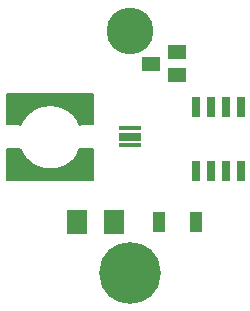
<source format=gts>
G75*
%MOIN*%
%OFA0B0*%
%FSLAX25Y25*%
%IPPOS*%
%LPD*%
%AMOC8*
5,1,8,0,0,1.08239X$1,22.5*
%
%ADD10R,0.05600X0.05600*%
%ADD11C,0.00500*%
%ADD12C,0.00160*%
%ADD13R,0.07293X0.02569*%
%ADD14R,0.07293X0.01584*%
%ADD15R,0.06112X0.04537*%
%ADD16R,0.04143X0.06899*%
%ADD17R,0.02765X0.06506*%
%ADD18R,0.06899X0.08080*%
%ADD19C,0.15600*%
%ADD20C,0.20600*%
D10*
X0113162Y0047189D03*
X0113162Y0070811D03*
D11*
X0086981Y0054866D02*
X0086981Y0044630D01*
X0115721Y0044630D01*
X0115721Y0054866D01*
X0111194Y0054866D01*
X0110872Y0053583D01*
X0110344Y0052371D01*
X0109624Y0051261D01*
X0108732Y0050284D01*
X0107692Y0049467D01*
X0106532Y0048832D01*
X0105283Y0048396D01*
X0103980Y0048170D01*
X0102657Y0048162D01*
X0101351Y0048370D01*
X0100053Y0048209D01*
X0098745Y0048253D01*
X0097460Y0048501D01*
X0096230Y0048947D01*
X0095085Y0049580D01*
X0094053Y0050384D01*
X0093159Y0051340D01*
X0092426Y0052424D01*
X0091871Y0053609D01*
X0091509Y0054866D01*
X0086981Y0054866D01*
X0086981Y0054841D02*
X0091516Y0054841D01*
X0091660Y0054342D02*
X0086981Y0054342D01*
X0086981Y0053844D02*
X0091803Y0053844D01*
X0091995Y0053345D02*
X0086981Y0053345D01*
X0086981Y0052847D02*
X0092228Y0052847D01*
X0092477Y0052348D02*
X0086981Y0052348D01*
X0086981Y0051850D02*
X0092814Y0051850D01*
X0093151Y0051351D02*
X0086981Y0051351D01*
X0086981Y0050853D02*
X0093614Y0050853D01*
X0094091Y0050354D02*
X0086981Y0050354D01*
X0086981Y0049856D02*
X0094731Y0049856D01*
X0095488Y0049357D02*
X0086981Y0049357D01*
X0086981Y0048859D02*
X0096473Y0048859D01*
X0098190Y0048360D02*
X0086981Y0048360D01*
X0086981Y0047862D02*
X0115721Y0047862D01*
X0115721Y0048360D02*
X0105076Y0048360D01*
X0106580Y0048859D02*
X0115721Y0048859D01*
X0115721Y0049357D02*
X0107490Y0049357D01*
X0108186Y0049856D02*
X0115721Y0049856D01*
X0115721Y0050354D02*
X0108796Y0050354D01*
X0109251Y0050853D02*
X0115721Y0050853D01*
X0115721Y0051351D02*
X0109683Y0051351D01*
X0110006Y0051850D02*
X0115721Y0051850D01*
X0115721Y0052348D02*
X0110329Y0052348D01*
X0110551Y0052847D02*
X0115721Y0052847D01*
X0115721Y0053345D02*
X0110768Y0053345D01*
X0110937Y0053844D02*
X0115721Y0053844D01*
X0115721Y0054342D02*
X0111062Y0054342D01*
X0111188Y0054841D02*
X0115721Y0054841D01*
X0115721Y0047363D02*
X0086981Y0047363D01*
X0086981Y0046865D02*
X0115721Y0046865D01*
X0115721Y0046366D02*
X0086981Y0046366D01*
X0086981Y0045868D02*
X0115721Y0045868D01*
X0115721Y0045369D02*
X0086981Y0045369D01*
X0086981Y0044870D02*
X0115721Y0044870D01*
X0101414Y0048360D02*
X0101271Y0048360D01*
X0091509Y0063134D02*
X0086981Y0063134D01*
X0086981Y0073370D01*
X0115721Y0073370D01*
X0115721Y0063134D01*
X0111194Y0063134D01*
X0110832Y0064391D01*
X0110277Y0065576D01*
X0109544Y0066660D01*
X0108650Y0067616D01*
X0107618Y0068420D01*
X0106473Y0069053D01*
X0105243Y0069499D01*
X0103958Y0069747D01*
X0102650Y0069791D01*
X0101351Y0069630D01*
X0100045Y0069838D01*
X0098723Y0069830D01*
X0097419Y0069604D01*
X0096171Y0069168D01*
X0095011Y0068533D01*
X0093971Y0067716D01*
X0093078Y0066739D01*
X0092359Y0065629D01*
X0091831Y0064417D01*
X0091509Y0063134D01*
X0091554Y0063315D02*
X0086981Y0063315D01*
X0086981Y0063814D02*
X0091680Y0063814D01*
X0091805Y0064312D02*
X0086981Y0064312D01*
X0086981Y0064811D02*
X0092002Y0064811D01*
X0092219Y0065309D02*
X0086981Y0065309D01*
X0086981Y0065808D02*
X0092475Y0065808D01*
X0092798Y0066306D02*
X0086981Y0066306D01*
X0086981Y0066805D02*
X0093139Y0066805D01*
X0093594Y0067303D02*
X0086981Y0067303D01*
X0086981Y0067802D02*
X0094081Y0067802D01*
X0094715Y0068301D02*
X0086981Y0068301D01*
X0086981Y0068799D02*
X0095497Y0068799D01*
X0096542Y0069298D02*
X0086981Y0069298D01*
X0086981Y0069796D02*
X0098529Y0069796D01*
X0100310Y0069796D02*
X0115721Y0069796D01*
X0115721Y0069298D02*
X0105799Y0069298D01*
X0106933Y0068799D02*
X0115721Y0068799D01*
X0115721Y0068301D02*
X0107772Y0068301D01*
X0108412Y0067802D02*
X0115721Y0067802D01*
X0115721Y0067303D02*
X0108942Y0067303D01*
X0109409Y0066805D02*
X0115721Y0066805D01*
X0115721Y0066306D02*
X0109783Y0066306D01*
X0110120Y0065808D02*
X0115721Y0065808D01*
X0115721Y0065309D02*
X0110402Y0065309D01*
X0110635Y0064811D02*
X0115721Y0064811D01*
X0115721Y0064312D02*
X0110854Y0064312D01*
X0110998Y0063814D02*
X0115721Y0063814D01*
X0115721Y0063315D02*
X0111142Y0063315D01*
X0115721Y0070295D02*
X0086981Y0070295D01*
X0086981Y0070793D02*
X0115721Y0070793D01*
X0115721Y0071292D02*
X0086981Y0071292D01*
X0086981Y0071790D02*
X0115721Y0071790D01*
X0115721Y0072289D02*
X0086981Y0072289D01*
X0086981Y0072787D02*
X0115721Y0072787D01*
X0115721Y0073286D02*
X0086981Y0073286D01*
D12*
X0090247Y0054357D02*
X0091574Y0054915D01*
X0091679Y0054677D01*
X0091791Y0054442D01*
X0091907Y0054210D01*
X0092030Y0053981D01*
X0092158Y0053755D01*
X0092292Y0053532D01*
X0092431Y0053312D01*
X0092575Y0053096D01*
X0092725Y0052883D01*
X0092879Y0052674D01*
X0093039Y0052469D01*
X0093204Y0052268D01*
X0093373Y0052071D01*
X0093547Y0051878D01*
X0093726Y0051690D01*
X0093910Y0051506D01*
X0094098Y0051326D01*
X0094290Y0051151D01*
X0094487Y0050981D01*
X0094687Y0050816D01*
X0094892Y0050655D01*
X0095100Y0050500D01*
X0095312Y0050350D01*
X0095528Y0050204D01*
X0095747Y0050065D01*
X0095969Y0049930D01*
X0096195Y0049802D01*
X0096424Y0049678D01*
X0096656Y0049560D01*
X0096890Y0049448D01*
X0097127Y0049342D01*
X0097367Y0049242D01*
X0097609Y0049147D01*
X0097854Y0049058D01*
X0098100Y0048976D01*
X0098348Y0048899D01*
X0098599Y0048829D01*
X0098850Y0048764D01*
X0099104Y0048706D01*
X0099358Y0048654D01*
X0099614Y0048608D01*
X0099871Y0048568D01*
X0100129Y0048535D01*
X0100388Y0048508D01*
X0100647Y0048487D01*
X0100906Y0048473D01*
X0101166Y0048465D01*
X0101426Y0048463D01*
X0101686Y0048468D01*
X0101945Y0048479D01*
X0102205Y0048496D01*
X0102464Y0048520D01*
X0102722Y0048550D01*
X0102979Y0048586D01*
X0103236Y0048628D01*
X0103491Y0048677D01*
X0103745Y0048732D01*
X0103998Y0048793D01*
X0104249Y0048860D01*
X0104498Y0048934D01*
X0104746Y0049013D01*
X0104991Y0049099D01*
X0105234Y0049190D01*
X0105476Y0049287D01*
X0105714Y0049390D01*
X0105950Y0049499D01*
X0106183Y0049614D01*
X0106414Y0049734D01*
X0106641Y0049860D01*
X0106865Y0049992D01*
X0107086Y0050128D01*
X0107304Y0050271D01*
X0107518Y0050418D01*
X0107728Y0050571D01*
X0107935Y0050728D01*
X0108138Y0050891D01*
X0108336Y0051059D01*
X0108531Y0051231D01*
X0108721Y0051408D01*
X0108907Y0051590D01*
X0109089Y0051776D01*
X0109265Y0051967D01*
X0109438Y0052161D01*
X0109605Y0052360D01*
X0109767Y0052563D01*
X0109925Y0052770D01*
X0110077Y0052981D01*
X0110224Y0053195D01*
X0110366Y0053413D01*
X0110502Y0053634D01*
X0110634Y0053858D01*
X0110759Y0054086D01*
X0110879Y0054317D01*
X0110993Y0054550D01*
X0111102Y0054786D01*
X0111205Y0055025D01*
X0112538Y0054482D01*
X0112422Y0054210D01*
X0112299Y0053942D01*
X0112169Y0053677D01*
X0112033Y0053415D01*
X0111891Y0053156D01*
X0111742Y0052901D01*
X0111587Y0052649D01*
X0111426Y0052402D01*
X0111259Y0052158D01*
X0111086Y0051919D01*
X0110908Y0051684D01*
X0110723Y0051453D01*
X0110533Y0051227D01*
X0110338Y0051006D01*
X0110137Y0050789D01*
X0109931Y0050578D01*
X0109720Y0050371D01*
X0109504Y0050170D01*
X0109283Y0049974D01*
X0109058Y0049783D01*
X0108828Y0049598D01*
X0108593Y0049419D01*
X0108354Y0049246D01*
X0108111Y0049078D01*
X0107864Y0048916D01*
X0107613Y0048761D01*
X0107358Y0048611D01*
X0107100Y0048468D01*
X0106838Y0048331D01*
X0106573Y0048201D01*
X0106305Y0048077D01*
X0106034Y0047960D01*
X0105760Y0047849D01*
X0105484Y0047745D01*
X0105205Y0047648D01*
X0104924Y0047558D01*
X0104641Y0047475D01*
X0104356Y0047398D01*
X0104069Y0047329D01*
X0103780Y0047266D01*
X0103490Y0047211D01*
X0103199Y0047163D01*
X0102906Y0047121D01*
X0102613Y0047087D01*
X0102319Y0047061D01*
X0102024Y0047041D01*
X0101729Y0047028D01*
X0101434Y0047023D01*
X0101139Y0047025D01*
X0100844Y0047034D01*
X0100549Y0047051D01*
X0100254Y0047074D01*
X0099961Y0047105D01*
X0099668Y0047143D01*
X0099376Y0047188D01*
X0099085Y0047240D01*
X0098796Y0047299D01*
X0098508Y0047365D01*
X0098222Y0047439D01*
X0097938Y0047519D01*
X0097656Y0047606D01*
X0097376Y0047700D01*
X0097099Y0047801D01*
X0096824Y0047908D01*
X0096551Y0048022D01*
X0096282Y0048143D01*
X0096015Y0048271D01*
X0095752Y0048404D01*
X0095492Y0048545D01*
X0095236Y0048691D01*
X0094983Y0048844D01*
X0094734Y0049003D01*
X0094489Y0049168D01*
X0094249Y0049338D01*
X0094012Y0049515D01*
X0093780Y0049697D01*
X0093552Y0049885D01*
X0093329Y0050079D01*
X0093111Y0050278D01*
X0092897Y0050482D01*
X0092689Y0050691D01*
X0092486Y0050905D01*
X0092288Y0051125D01*
X0092096Y0051349D01*
X0091909Y0051577D01*
X0091727Y0051810D01*
X0091552Y0052048D01*
X0091382Y0052289D01*
X0091218Y0052535D01*
X0091061Y0052785D01*
X0090909Y0053038D01*
X0090764Y0053295D01*
X0090625Y0053556D01*
X0090492Y0053819D01*
X0090366Y0054086D01*
X0090246Y0054356D01*
X0090386Y0054415D01*
X0090504Y0054148D01*
X0090628Y0053885D01*
X0090759Y0053624D01*
X0090897Y0053367D01*
X0091040Y0053113D01*
X0091190Y0052863D01*
X0091345Y0052616D01*
X0091507Y0052374D01*
X0091675Y0052135D01*
X0091848Y0051901D01*
X0092027Y0051671D01*
X0092212Y0051445D01*
X0092402Y0051224D01*
X0092597Y0051007D01*
X0092798Y0050796D01*
X0093003Y0050589D01*
X0093214Y0050388D01*
X0093430Y0050191D01*
X0093650Y0050000D01*
X0093875Y0049815D01*
X0094104Y0049635D01*
X0094338Y0049460D01*
X0094576Y0049292D01*
X0094818Y0049129D01*
X0095063Y0048972D01*
X0095313Y0048821D01*
X0095566Y0048676D01*
X0095823Y0048538D01*
X0096083Y0048406D01*
X0096346Y0048280D01*
X0096612Y0048161D01*
X0096881Y0048048D01*
X0097152Y0047942D01*
X0097426Y0047842D01*
X0097703Y0047750D01*
X0097981Y0047664D01*
X0098262Y0047584D01*
X0098544Y0047512D01*
X0098828Y0047447D01*
X0099114Y0047388D01*
X0099401Y0047337D01*
X0099689Y0047292D01*
X0099978Y0047255D01*
X0100268Y0047225D01*
X0100559Y0047201D01*
X0100850Y0047185D01*
X0101142Y0047176D01*
X0101433Y0047174D01*
X0101725Y0047179D01*
X0102016Y0047192D01*
X0102307Y0047211D01*
X0102597Y0047238D01*
X0102887Y0047271D01*
X0103176Y0047312D01*
X0103463Y0047360D01*
X0103750Y0047414D01*
X0104035Y0047476D01*
X0104318Y0047544D01*
X0104600Y0047620D01*
X0104879Y0047702D01*
X0105157Y0047791D01*
X0105432Y0047887D01*
X0105705Y0047990D01*
X0105976Y0048099D01*
X0106243Y0048215D01*
X0106508Y0048337D01*
X0106769Y0048466D01*
X0107028Y0048601D01*
X0107283Y0048742D01*
X0107534Y0048890D01*
X0107782Y0049043D01*
X0108026Y0049203D01*
X0108266Y0049368D01*
X0108502Y0049540D01*
X0108734Y0049717D01*
X0108961Y0049899D01*
X0109184Y0050088D01*
X0109402Y0050281D01*
X0109615Y0050480D01*
X0109824Y0050684D01*
X0110027Y0050893D01*
X0110225Y0051106D01*
X0110418Y0051325D01*
X0110606Y0051548D01*
X0110788Y0051776D01*
X0110964Y0052008D01*
X0111135Y0052245D01*
X0111300Y0052485D01*
X0111459Y0052729D01*
X0111612Y0052978D01*
X0111759Y0053230D01*
X0111899Y0053485D01*
X0112034Y0053744D01*
X0112162Y0054006D01*
X0112283Y0054271D01*
X0112399Y0054539D01*
X0112259Y0054596D01*
X0112145Y0054331D01*
X0112025Y0054069D01*
X0111899Y0053811D01*
X0111766Y0053555D01*
X0111627Y0053303D01*
X0111482Y0053055D01*
X0111331Y0052810D01*
X0111174Y0052568D01*
X0111011Y0052331D01*
X0110843Y0052097D01*
X0110668Y0051868D01*
X0110489Y0051643D01*
X0110303Y0051423D01*
X0110113Y0051207D01*
X0109917Y0050996D01*
X0109716Y0050790D01*
X0109511Y0050589D01*
X0109300Y0050392D01*
X0109085Y0050201D01*
X0108865Y0050016D01*
X0108640Y0049835D01*
X0108412Y0049661D01*
X0108179Y0049491D01*
X0107942Y0049328D01*
X0107701Y0049170D01*
X0107456Y0049019D01*
X0107208Y0048873D01*
X0106956Y0048734D01*
X0106701Y0048600D01*
X0106443Y0048473D01*
X0106181Y0048353D01*
X0105917Y0048238D01*
X0105650Y0048131D01*
X0105381Y0048029D01*
X0105109Y0047935D01*
X0104835Y0047847D01*
X0104559Y0047765D01*
X0104280Y0047691D01*
X0104001Y0047623D01*
X0103719Y0047562D01*
X0103437Y0047508D01*
X0103153Y0047461D01*
X0102868Y0047421D01*
X0102582Y0047388D01*
X0102295Y0047362D01*
X0102008Y0047342D01*
X0101720Y0047330D01*
X0101432Y0047325D01*
X0101144Y0047327D01*
X0100857Y0047336D01*
X0100569Y0047352D01*
X0100282Y0047375D01*
X0099996Y0047405D01*
X0099711Y0047442D01*
X0099426Y0047486D01*
X0099143Y0047536D01*
X0098861Y0047594D01*
X0098580Y0047659D01*
X0098301Y0047730D01*
X0098024Y0047808D01*
X0097749Y0047893D01*
X0097476Y0047985D01*
X0097206Y0048083D01*
X0096938Y0048188D01*
X0096672Y0048299D01*
X0096409Y0048417D01*
X0096150Y0048541D01*
X0095893Y0048672D01*
X0095640Y0048808D01*
X0095390Y0048951D01*
X0095143Y0049100D01*
X0094901Y0049255D01*
X0094662Y0049415D01*
X0094427Y0049582D01*
X0094196Y0049754D01*
X0093970Y0049932D01*
X0093748Y0050115D01*
X0093530Y0050304D01*
X0093318Y0050498D01*
X0093110Y0050697D01*
X0092907Y0050901D01*
X0092708Y0051109D01*
X0092516Y0051323D01*
X0092328Y0051541D01*
X0092146Y0051764D01*
X0091969Y0051991D01*
X0091798Y0052223D01*
X0091632Y0052458D01*
X0091473Y0052698D01*
X0091319Y0052941D01*
X0091171Y0053188D01*
X0091029Y0053439D01*
X0090894Y0053693D01*
X0090764Y0053950D01*
X0090641Y0054210D01*
X0090525Y0054473D01*
X0090664Y0054532D01*
X0090779Y0054272D01*
X0090901Y0054015D01*
X0091028Y0053761D01*
X0091162Y0053511D01*
X0091302Y0053263D01*
X0091448Y0053020D01*
X0091600Y0052779D01*
X0091757Y0052543D01*
X0091921Y0052310D01*
X0092090Y0052082D01*
X0092264Y0051858D01*
X0092444Y0051638D01*
X0092629Y0051422D01*
X0092820Y0051211D01*
X0093015Y0051005D01*
X0093216Y0050804D01*
X0093421Y0050608D01*
X0093631Y0050416D01*
X0093846Y0050230D01*
X0094065Y0050049D01*
X0094289Y0049874D01*
X0094516Y0049704D01*
X0094748Y0049539D01*
X0094984Y0049381D01*
X0095224Y0049228D01*
X0095467Y0049081D01*
X0095713Y0048940D01*
X0095964Y0048805D01*
X0096217Y0048676D01*
X0096473Y0048554D01*
X0096733Y0048438D01*
X0096995Y0048328D01*
X0097259Y0048224D01*
X0097526Y0048127D01*
X0097796Y0048037D01*
X0098067Y0047953D01*
X0098341Y0047876D01*
X0098616Y0047805D01*
X0098893Y0047742D01*
X0099171Y0047685D01*
X0099451Y0047635D01*
X0099732Y0047591D01*
X0100014Y0047555D01*
X0100296Y0047525D01*
X0100580Y0047503D01*
X0100863Y0047487D01*
X0101147Y0047478D01*
X0101431Y0047476D01*
X0101716Y0047481D01*
X0101999Y0047493D01*
X0102283Y0047512D01*
X0102566Y0047538D01*
X0102848Y0047571D01*
X0103130Y0047610D01*
X0103410Y0047657D01*
X0103689Y0047710D01*
X0103967Y0047770D01*
X0104243Y0047837D01*
X0104517Y0047911D01*
X0104790Y0047991D01*
X0105061Y0048078D01*
X0105329Y0048171D01*
X0105595Y0048271D01*
X0105858Y0048378D01*
X0106119Y0048490D01*
X0106377Y0048609D01*
X0106632Y0048735D01*
X0106884Y0048866D01*
X0107133Y0049004D01*
X0107378Y0049148D01*
X0107619Y0049298D01*
X0107857Y0049453D01*
X0108091Y0049614D01*
X0108321Y0049781D01*
X0108547Y0049954D01*
X0108768Y0050132D01*
X0108985Y0050315D01*
X0109198Y0050504D01*
X0109406Y0050697D01*
X0109609Y0050896D01*
X0109807Y0051100D01*
X0110001Y0051308D01*
X0110189Y0051521D01*
X0110371Y0051739D01*
X0110549Y0051960D01*
X0110721Y0052187D01*
X0110887Y0052417D01*
X0111048Y0052651D01*
X0111203Y0052890D01*
X0111352Y0053131D01*
X0111495Y0053377D01*
X0111632Y0053626D01*
X0111763Y0053878D01*
X0111888Y0054133D01*
X0112007Y0054391D01*
X0112119Y0054653D01*
X0111979Y0054710D01*
X0111868Y0054452D01*
X0111751Y0054197D01*
X0111628Y0053945D01*
X0111499Y0053696D01*
X0111363Y0053451D01*
X0111222Y0053208D01*
X0111075Y0052970D01*
X0110922Y0052735D01*
X0110763Y0052503D01*
X0110599Y0052276D01*
X0110429Y0052053D01*
X0110254Y0051834D01*
X0110074Y0051619D01*
X0109888Y0051409D01*
X0109697Y0051203D01*
X0109502Y0051002D01*
X0109301Y0050806D01*
X0109096Y0050615D01*
X0108886Y0050429D01*
X0108672Y0050248D01*
X0108453Y0050072D01*
X0108230Y0049902D01*
X0108003Y0049737D01*
X0107772Y0049578D01*
X0107538Y0049425D01*
X0107299Y0049277D01*
X0107057Y0049135D01*
X0106812Y0048999D01*
X0106563Y0048869D01*
X0106312Y0048746D01*
X0106057Y0048628D01*
X0105800Y0048517D01*
X0105540Y0048412D01*
X0105277Y0048313D01*
X0105012Y0048221D01*
X0104745Y0048135D01*
X0104476Y0048056D01*
X0104205Y0047983D01*
X0103933Y0047917D01*
X0103659Y0047858D01*
X0103383Y0047805D01*
X0103107Y0047760D01*
X0102829Y0047720D01*
X0102550Y0047688D01*
X0102271Y0047663D01*
X0101991Y0047644D01*
X0101711Y0047632D01*
X0101431Y0047627D01*
X0101150Y0047629D01*
X0100870Y0047638D01*
X0100590Y0047653D01*
X0100310Y0047676D01*
X0100031Y0047705D01*
X0099753Y0047741D01*
X0099476Y0047783D01*
X0099200Y0047833D01*
X0098925Y0047889D01*
X0098652Y0047952D01*
X0098380Y0048022D01*
X0098110Y0048098D01*
X0097842Y0048181D01*
X0097576Y0048270D01*
X0097313Y0048365D01*
X0097052Y0048468D01*
X0096793Y0048576D01*
X0096537Y0048691D01*
X0096284Y0048812D01*
X0096034Y0048939D01*
X0095787Y0049072D01*
X0095544Y0049211D01*
X0095304Y0049356D01*
X0095067Y0049507D01*
X0094834Y0049663D01*
X0094606Y0049826D01*
X0094381Y0049993D01*
X0094160Y0050166D01*
X0093944Y0050345D01*
X0093732Y0050529D01*
X0093525Y0050717D01*
X0093322Y0050911D01*
X0093124Y0051110D01*
X0092931Y0051313D01*
X0092743Y0051522D01*
X0092560Y0051734D01*
X0092383Y0051951D01*
X0092210Y0052173D01*
X0092044Y0052398D01*
X0091882Y0052628D01*
X0091727Y0052861D01*
X0091577Y0053098D01*
X0091433Y0053339D01*
X0091295Y0053583D01*
X0091163Y0053830D01*
X0091037Y0054081D01*
X0090917Y0054334D01*
X0090803Y0054591D01*
X0090942Y0054649D01*
X0091055Y0054396D01*
X0091173Y0054146D01*
X0091297Y0053899D01*
X0091428Y0053655D01*
X0091564Y0053414D01*
X0091706Y0053176D01*
X0091854Y0052942D01*
X0092008Y0052712D01*
X0092167Y0052486D01*
X0092331Y0052263D01*
X0092501Y0052045D01*
X0092677Y0051831D01*
X0092857Y0051621D01*
X0093042Y0051415D01*
X0093233Y0051215D01*
X0093428Y0051019D01*
X0093628Y0050827D01*
X0093833Y0050641D01*
X0094042Y0050460D01*
X0094255Y0050284D01*
X0094473Y0050113D01*
X0094695Y0049947D01*
X0094921Y0049787D01*
X0095150Y0049633D01*
X0095384Y0049484D01*
X0095621Y0049341D01*
X0095861Y0049204D01*
X0096104Y0049072D01*
X0096351Y0048947D01*
X0096601Y0048828D01*
X0096853Y0048714D01*
X0097109Y0048607D01*
X0097366Y0048507D01*
X0097626Y0048412D01*
X0097889Y0048324D01*
X0098153Y0048243D01*
X0098420Y0048167D01*
X0098688Y0048099D01*
X0098957Y0048037D01*
X0099229Y0047981D01*
X0099501Y0047932D01*
X0099774Y0047890D01*
X0100049Y0047855D01*
X0100324Y0047826D01*
X0100600Y0047804D01*
X0100876Y0047789D01*
X0101153Y0047780D01*
X0101430Y0047778D01*
X0101706Y0047783D01*
X0101983Y0047795D01*
X0102259Y0047813D01*
X0102535Y0047838D01*
X0102810Y0047870D01*
X0103084Y0047909D01*
X0103357Y0047954D01*
X0103628Y0048006D01*
X0103899Y0048064D01*
X0104168Y0048130D01*
X0104435Y0048201D01*
X0104701Y0048279D01*
X0104964Y0048364D01*
X0105226Y0048455D01*
X0105485Y0048552D01*
X0105741Y0048656D01*
X0105995Y0048766D01*
X0106246Y0048882D01*
X0106495Y0049004D01*
X0106740Y0049132D01*
X0106982Y0049266D01*
X0107221Y0049406D01*
X0107456Y0049552D01*
X0107688Y0049703D01*
X0107916Y0049860D01*
X0108140Y0050023D01*
X0108360Y0050191D01*
X0108575Y0050364D01*
X0108787Y0050543D01*
X0108994Y0050726D01*
X0109196Y0050915D01*
X0109394Y0051108D01*
X0109587Y0051307D01*
X0109776Y0051509D01*
X0109959Y0051717D01*
X0110137Y0051929D01*
X0110310Y0052145D01*
X0110477Y0052365D01*
X0110639Y0052590D01*
X0110796Y0052818D01*
X0110947Y0053050D01*
X0111092Y0053285D01*
X0111232Y0053524D01*
X0111365Y0053767D01*
X0111493Y0054012D01*
X0111614Y0054261D01*
X0111730Y0054512D01*
X0111839Y0054766D01*
X0111699Y0054823D01*
X0111591Y0054573D01*
X0111477Y0054325D01*
X0111357Y0054079D01*
X0111232Y0053837D01*
X0111100Y0053598D01*
X0110962Y0053362D01*
X0110819Y0053130D01*
X0110670Y0052901D01*
X0110515Y0052676D01*
X0110355Y0052454D01*
X0110190Y0052237D01*
X0110020Y0052024D01*
X0109844Y0051815D01*
X0109663Y0051610D01*
X0109477Y0051410D01*
X0109287Y0051214D01*
X0109092Y0051024D01*
X0108892Y0050838D01*
X0108688Y0050656D01*
X0108479Y0050480D01*
X0108266Y0050309D01*
X0108049Y0050144D01*
X0107828Y0049983D01*
X0107603Y0049828D01*
X0107375Y0049679D01*
X0107143Y0049535D01*
X0106907Y0049397D01*
X0106668Y0049265D01*
X0106426Y0049138D01*
X0106181Y0049018D01*
X0105933Y0048903D01*
X0105683Y0048795D01*
X0105429Y0048693D01*
X0105174Y0048597D01*
X0104916Y0048507D01*
X0104656Y0048424D01*
X0104394Y0048346D01*
X0104130Y0048276D01*
X0103865Y0048212D01*
X0103598Y0048154D01*
X0103330Y0048103D01*
X0103061Y0048058D01*
X0102790Y0048020D01*
X0102519Y0047989D01*
X0102247Y0047964D01*
X0101975Y0047946D01*
X0101702Y0047934D01*
X0101429Y0047929D01*
X0101156Y0047931D01*
X0100883Y0047939D01*
X0100610Y0047955D01*
X0100338Y0047976D01*
X0100067Y0048005D01*
X0099796Y0048040D01*
X0099526Y0048081D01*
X0099257Y0048129D01*
X0098990Y0048184D01*
X0098724Y0048245D01*
X0098459Y0048313D01*
X0098196Y0048387D01*
X0097935Y0048468D01*
X0097677Y0048555D01*
X0097420Y0048648D01*
X0097166Y0048747D01*
X0096914Y0048853D01*
X0096665Y0048964D01*
X0096418Y0049082D01*
X0096175Y0049206D01*
X0095935Y0049335D01*
X0095697Y0049471D01*
X0095464Y0049612D01*
X0095234Y0049759D01*
X0095007Y0049911D01*
X0094784Y0050069D01*
X0094565Y0050232D01*
X0094351Y0050401D01*
X0094140Y0050575D01*
X0093934Y0050753D01*
X0093732Y0050937D01*
X0093534Y0051126D01*
X0093342Y0051319D01*
X0093154Y0051518D01*
X0092971Y0051720D01*
X0092793Y0051927D01*
X0092620Y0052138D01*
X0092452Y0052354D01*
X0092290Y0052573D01*
X0092133Y0052797D01*
X0091981Y0053024D01*
X0091835Y0053255D01*
X0091695Y0053489D01*
X0091560Y0053727D01*
X0091432Y0053967D01*
X0091309Y0054211D01*
X0091192Y0054458D01*
X0091082Y0054708D01*
X0091221Y0054766D01*
X0091330Y0054520D01*
X0091445Y0054277D01*
X0091566Y0054036D01*
X0091693Y0053798D01*
X0091826Y0053564D01*
X0091964Y0053333D01*
X0092108Y0053105D01*
X0092258Y0052881D01*
X0092413Y0052661D01*
X0092573Y0052444D01*
X0092738Y0052232D01*
X0092909Y0052024D01*
X0093085Y0051819D01*
X0093265Y0051620D01*
X0093450Y0051424D01*
X0093641Y0051233D01*
X0093835Y0051047D01*
X0094034Y0050866D01*
X0094238Y0050690D01*
X0094446Y0050518D01*
X0094658Y0050352D01*
X0094874Y0050191D01*
X0095093Y0050035D01*
X0095317Y0049885D01*
X0095544Y0049740D01*
X0095774Y0049601D01*
X0096008Y0049467D01*
X0096245Y0049339D01*
X0096485Y0049217D01*
X0096728Y0049101D01*
X0096974Y0048991D01*
X0097223Y0048887D01*
X0097473Y0048789D01*
X0097727Y0048697D01*
X0097982Y0048611D01*
X0098239Y0048532D01*
X0098499Y0048459D01*
X0098759Y0048392D01*
X0099022Y0048332D01*
X0099286Y0048278D01*
X0099551Y0048230D01*
X0099817Y0048189D01*
X0100084Y0048155D01*
X0100352Y0048127D01*
X0100621Y0048105D01*
X0100889Y0048090D01*
X0101159Y0048082D01*
X0101428Y0048080D01*
X0101697Y0048085D01*
X0101966Y0048096D01*
X0102235Y0048114D01*
X0102503Y0048139D01*
X0102771Y0048170D01*
X0103038Y0048207D01*
X0103303Y0048251D01*
X0103568Y0048302D01*
X0103831Y0048359D01*
X0104093Y0048422D01*
X0104353Y0048492D01*
X0104611Y0048568D01*
X0104868Y0048650D01*
X0105122Y0048739D01*
X0105374Y0048833D01*
X0105624Y0048934D01*
X0105871Y0049041D01*
X0106116Y0049154D01*
X0106358Y0049273D01*
X0106596Y0049398D01*
X0106832Y0049528D01*
X0107064Y0049664D01*
X0107293Y0049806D01*
X0107519Y0049953D01*
X0107740Y0050106D01*
X0107958Y0050264D01*
X0108172Y0050428D01*
X0108382Y0050596D01*
X0108588Y0050770D01*
X0108790Y0050949D01*
X0108987Y0051132D01*
X0109180Y0051321D01*
X0109367Y0051514D01*
X0109551Y0051711D01*
X0109729Y0051913D01*
X0109902Y0052119D01*
X0110071Y0052329D01*
X0110234Y0052544D01*
X0110391Y0052762D01*
X0110544Y0052984D01*
X0110691Y0053210D01*
X0110832Y0053439D01*
X0110968Y0053672D01*
X0111098Y0053907D01*
X0111222Y0054146D01*
X0111341Y0054388D01*
X0111453Y0054633D01*
X0111560Y0054880D01*
X0111420Y0054937D01*
X0111315Y0054693D01*
X0111204Y0054452D01*
X0111087Y0054214D01*
X0110964Y0053978D01*
X0110836Y0053745D01*
X0110702Y0053516D01*
X0110563Y0053290D01*
X0110418Y0053067D01*
X0110267Y0052848D01*
X0110112Y0052633D01*
X0109951Y0052422D01*
X0109785Y0052214D01*
X0109614Y0052011D01*
X0109438Y0051812D01*
X0109258Y0051617D01*
X0109072Y0051427D01*
X0108882Y0051241D01*
X0108688Y0051060D01*
X0108489Y0050884D01*
X0108286Y0050713D01*
X0108079Y0050546D01*
X0107868Y0050385D01*
X0107653Y0050229D01*
X0107434Y0050078D01*
X0107212Y0049933D01*
X0106986Y0049793D01*
X0106757Y0049659D01*
X0106524Y0049530D01*
X0106289Y0049407D01*
X0106050Y0049290D01*
X0105809Y0049179D01*
X0105566Y0049073D01*
X0105319Y0048974D01*
X0105071Y0048881D01*
X0104820Y0048793D01*
X0104567Y0048712D01*
X0104312Y0048637D01*
X0104055Y0048568D01*
X0103797Y0048506D01*
X0103538Y0048450D01*
X0103277Y0048400D01*
X0103015Y0048357D01*
X0102752Y0048320D01*
X0102488Y0048289D01*
X0102223Y0048265D01*
X0101958Y0048247D01*
X0101693Y0048236D01*
X0101427Y0048231D01*
X0101162Y0048233D01*
X0100896Y0048241D01*
X0100631Y0048256D01*
X0100366Y0048277D01*
X0100102Y0048305D01*
X0099838Y0048339D01*
X0099576Y0048379D01*
X0099314Y0048426D01*
X0099054Y0048479D01*
X0098795Y0048539D01*
X0098538Y0048605D01*
X0098282Y0048677D01*
X0098029Y0048755D01*
X0097777Y0048840D01*
X0097527Y0048930D01*
X0097280Y0049027D01*
X0097035Y0049130D01*
X0096792Y0049238D01*
X0096553Y0049353D01*
X0096316Y0049473D01*
X0096082Y0049599D01*
X0095851Y0049731D01*
X0095624Y0049868D01*
X0095400Y0050011D01*
X0095180Y0050159D01*
X0094963Y0050313D01*
X0094750Y0050471D01*
X0094541Y0050635D01*
X0094336Y0050804D01*
X0094135Y0050978D01*
X0093939Y0051157D01*
X0093747Y0051341D01*
X0093559Y0051529D01*
X0093376Y0051722D01*
X0093198Y0051919D01*
X0093025Y0052120D01*
X0092857Y0052326D01*
X0092694Y0052535D01*
X0092536Y0052749D01*
X0092383Y0052966D01*
X0092235Y0053187D01*
X0092093Y0053411D01*
X0091957Y0053639D01*
X0091826Y0053870D01*
X0091701Y0054105D01*
X0091581Y0054342D01*
X0091468Y0054582D01*
X0091360Y0054825D01*
X0091499Y0054883D01*
X0091605Y0054644D01*
X0091717Y0054407D01*
X0091835Y0054173D01*
X0091959Y0053942D01*
X0092088Y0053714D01*
X0092222Y0053490D01*
X0092363Y0053268D01*
X0092508Y0053050D01*
X0092659Y0052836D01*
X0092814Y0052626D01*
X0092975Y0052419D01*
X0093141Y0052216D01*
X0093312Y0052018D01*
X0093488Y0051824D01*
X0093668Y0051634D01*
X0093853Y0051448D01*
X0094042Y0051267D01*
X0094236Y0051091D01*
X0094434Y0050919D01*
X0094636Y0050753D01*
X0094842Y0050591D01*
X0095052Y0050434D01*
X0095266Y0050283D01*
X0095483Y0050137D01*
X0095704Y0049996D01*
X0095928Y0049861D01*
X0096156Y0049731D01*
X0096386Y0049607D01*
X0096620Y0049488D01*
X0096856Y0049375D01*
X0097095Y0049268D01*
X0097337Y0049167D01*
X0097581Y0049071D01*
X0097827Y0048982D01*
X0098075Y0048899D01*
X0098325Y0048821D01*
X0098577Y0048750D01*
X0098831Y0048685D01*
X0099086Y0048627D01*
X0099343Y0048574D01*
X0099601Y0048528D01*
X0099860Y0048488D01*
X0100120Y0048455D01*
X0100380Y0048427D01*
X0100641Y0048406D01*
X0100903Y0048392D01*
X0101164Y0048384D01*
X0101426Y0048382D01*
X0101688Y0048387D01*
X0101950Y0048398D01*
X0102211Y0048415D01*
X0102472Y0048439D01*
X0102732Y0048469D01*
X0102992Y0048506D01*
X0103250Y0048549D01*
X0103507Y0048598D01*
X0103763Y0048653D01*
X0104018Y0048715D01*
X0104271Y0048782D01*
X0104522Y0048856D01*
X0104772Y0048936D01*
X0105019Y0049022D01*
X0105264Y0049115D01*
X0105507Y0049213D01*
X0105747Y0049317D01*
X0105985Y0049426D01*
X0106220Y0049542D01*
X0106452Y0049663D01*
X0106682Y0049790D01*
X0106907Y0049922D01*
X0107130Y0050060D01*
X0107349Y0050204D01*
X0107565Y0050352D01*
X0107777Y0050506D01*
X0107985Y0050665D01*
X0108190Y0050829D01*
X0108390Y0050998D01*
X0108586Y0051171D01*
X0108777Y0051350D01*
X0108965Y0051533D01*
X0109148Y0051721D01*
X0109326Y0051913D01*
X0109499Y0052109D01*
X0109668Y0052309D01*
X0109831Y0052514D01*
X0109990Y0052722D01*
X0110143Y0052934D01*
X0110292Y0053150D01*
X0110435Y0053370D01*
X0110572Y0053593D01*
X0110704Y0053819D01*
X0110831Y0054048D01*
X0110952Y0054281D01*
X0111067Y0054516D01*
X0111176Y0054754D01*
X0111280Y0054994D01*
X0112455Y0063643D02*
X0111128Y0063085D01*
X0111023Y0063323D01*
X0110911Y0063558D01*
X0110795Y0063790D01*
X0110672Y0064019D01*
X0110544Y0064245D01*
X0110410Y0064468D01*
X0110271Y0064688D01*
X0110127Y0064904D01*
X0109977Y0065117D01*
X0109823Y0065326D01*
X0109663Y0065531D01*
X0109498Y0065732D01*
X0109329Y0065929D01*
X0109155Y0066122D01*
X0108976Y0066310D01*
X0108792Y0066494D01*
X0108604Y0066674D01*
X0108412Y0066849D01*
X0108215Y0067019D01*
X0108015Y0067184D01*
X0107810Y0067345D01*
X0107602Y0067500D01*
X0107390Y0067650D01*
X0107174Y0067796D01*
X0106955Y0067935D01*
X0106733Y0068070D01*
X0106507Y0068198D01*
X0106278Y0068322D01*
X0106046Y0068440D01*
X0105812Y0068552D01*
X0105575Y0068658D01*
X0105335Y0068758D01*
X0105093Y0068853D01*
X0104848Y0068942D01*
X0104602Y0069024D01*
X0104354Y0069101D01*
X0104103Y0069171D01*
X0103852Y0069236D01*
X0103598Y0069294D01*
X0103344Y0069346D01*
X0103088Y0069392D01*
X0102831Y0069432D01*
X0102573Y0069465D01*
X0102314Y0069492D01*
X0102055Y0069513D01*
X0101796Y0069527D01*
X0101536Y0069535D01*
X0101276Y0069537D01*
X0101016Y0069532D01*
X0100757Y0069521D01*
X0100497Y0069504D01*
X0100238Y0069480D01*
X0099980Y0069450D01*
X0099723Y0069414D01*
X0099466Y0069372D01*
X0099211Y0069323D01*
X0098957Y0069268D01*
X0098704Y0069207D01*
X0098453Y0069140D01*
X0098204Y0069066D01*
X0097956Y0068987D01*
X0097711Y0068901D01*
X0097468Y0068810D01*
X0097226Y0068713D01*
X0096988Y0068610D01*
X0096752Y0068501D01*
X0096519Y0068386D01*
X0096288Y0068266D01*
X0096061Y0068140D01*
X0095837Y0068008D01*
X0095616Y0067872D01*
X0095398Y0067729D01*
X0095184Y0067582D01*
X0094974Y0067429D01*
X0094767Y0067272D01*
X0094564Y0067109D01*
X0094366Y0066941D01*
X0094171Y0066769D01*
X0093981Y0066592D01*
X0093795Y0066410D01*
X0093613Y0066224D01*
X0093437Y0066033D01*
X0093264Y0065839D01*
X0093097Y0065640D01*
X0092935Y0065437D01*
X0092777Y0065230D01*
X0092625Y0065019D01*
X0092478Y0064805D01*
X0092336Y0064587D01*
X0092200Y0064366D01*
X0092068Y0064142D01*
X0091943Y0063914D01*
X0091823Y0063683D01*
X0091709Y0063450D01*
X0091600Y0063214D01*
X0091497Y0062975D01*
X0090164Y0063518D01*
X0090280Y0063790D01*
X0090403Y0064058D01*
X0090533Y0064323D01*
X0090669Y0064585D01*
X0090811Y0064844D01*
X0090960Y0065099D01*
X0091115Y0065351D01*
X0091276Y0065598D01*
X0091443Y0065842D01*
X0091616Y0066081D01*
X0091794Y0066316D01*
X0091979Y0066547D01*
X0092169Y0066773D01*
X0092364Y0066994D01*
X0092565Y0067211D01*
X0092771Y0067422D01*
X0092982Y0067629D01*
X0093198Y0067830D01*
X0093419Y0068026D01*
X0093644Y0068217D01*
X0093874Y0068402D01*
X0094109Y0068581D01*
X0094348Y0068754D01*
X0094591Y0068922D01*
X0094838Y0069084D01*
X0095089Y0069239D01*
X0095344Y0069389D01*
X0095602Y0069532D01*
X0095864Y0069669D01*
X0096129Y0069799D01*
X0096397Y0069923D01*
X0096668Y0070040D01*
X0096942Y0070151D01*
X0097218Y0070255D01*
X0097497Y0070352D01*
X0097778Y0070442D01*
X0098061Y0070525D01*
X0098346Y0070602D01*
X0098633Y0070671D01*
X0098922Y0070734D01*
X0099212Y0070789D01*
X0099503Y0070837D01*
X0099796Y0070879D01*
X0100089Y0070913D01*
X0100383Y0070939D01*
X0100678Y0070959D01*
X0100973Y0070972D01*
X0101268Y0070977D01*
X0101563Y0070975D01*
X0101858Y0070966D01*
X0102153Y0070949D01*
X0102448Y0070926D01*
X0102741Y0070895D01*
X0103034Y0070857D01*
X0103326Y0070812D01*
X0103617Y0070760D01*
X0103906Y0070701D01*
X0104194Y0070635D01*
X0104480Y0070561D01*
X0104764Y0070481D01*
X0105046Y0070394D01*
X0105326Y0070300D01*
X0105603Y0070199D01*
X0105878Y0070092D01*
X0106151Y0069978D01*
X0106420Y0069857D01*
X0106687Y0069729D01*
X0106950Y0069596D01*
X0107210Y0069455D01*
X0107466Y0069309D01*
X0107719Y0069156D01*
X0107968Y0068997D01*
X0108213Y0068832D01*
X0108453Y0068662D01*
X0108690Y0068485D01*
X0108922Y0068303D01*
X0109150Y0068115D01*
X0109373Y0067921D01*
X0109591Y0067722D01*
X0109805Y0067518D01*
X0110013Y0067309D01*
X0110216Y0067095D01*
X0110414Y0066875D01*
X0110606Y0066651D01*
X0110793Y0066423D01*
X0110975Y0066190D01*
X0111150Y0065952D01*
X0111320Y0065711D01*
X0111484Y0065465D01*
X0111641Y0065215D01*
X0111793Y0064962D01*
X0111938Y0064705D01*
X0112077Y0064444D01*
X0112210Y0064181D01*
X0112336Y0063914D01*
X0112456Y0063644D01*
X0112316Y0063585D01*
X0112198Y0063852D01*
X0112074Y0064115D01*
X0111943Y0064376D01*
X0111805Y0064633D01*
X0111662Y0064887D01*
X0111512Y0065137D01*
X0111357Y0065384D01*
X0111195Y0065626D01*
X0111027Y0065865D01*
X0110854Y0066099D01*
X0110675Y0066329D01*
X0110490Y0066555D01*
X0110300Y0066776D01*
X0110105Y0066993D01*
X0109904Y0067204D01*
X0109699Y0067411D01*
X0109488Y0067612D01*
X0109272Y0067809D01*
X0109052Y0068000D01*
X0108827Y0068185D01*
X0108598Y0068365D01*
X0108364Y0068540D01*
X0108126Y0068708D01*
X0107884Y0068871D01*
X0107639Y0069028D01*
X0107389Y0069179D01*
X0107136Y0069324D01*
X0106879Y0069462D01*
X0106619Y0069594D01*
X0106356Y0069720D01*
X0106090Y0069839D01*
X0105821Y0069952D01*
X0105550Y0070058D01*
X0105276Y0070158D01*
X0104999Y0070250D01*
X0104721Y0070336D01*
X0104440Y0070416D01*
X0104158Y0070488D01*
X0103874Y0070553D01*
X0103588Y0070612D01*
X0103301Y0070663D01*
X0103013Y0070708D01*
X0102724Y0070745D01*
X0102434Y0070775D01*
X0102143Y0070799D01*
X0101852Y0070815D01*
X0101560Y0070824D01*
X0101269Y0070826D01*
X0100977Y0070821D01*
X0100686Y0070808D01*
X0100395Y0070789D01*
X0100105Y0070762D01*
X0099815Y0070729D01*
X0099526Y0070688D01*
X0099239Y0070640D01*
X0098952Y0070586D01*
X0098667Y0070524D01*
X0098384Y0070456D01*
X0098102Y0070380D01*
X0097823Y0070298D01*
X0097545Y0070209D01*
X0097270Y0070113D01*
X0096997Y0070010D01*
X0096726Y0069901D01*
X0096459Y0069785D01*
X0096194Y0069663D01*
X0095933Y0069534D01*
X0095674Y0069399D01*
X0095419Y0069258D01*
X0095168Y0069110D01*
X0094920Y0068957D01*
X0094676Y0068797D01*
X0094436Y0068632D01*
X0094200Y0068460D01*
X0093968Y0068283D01*
X0093741Y0068101D01*
X0093518Y0067912D01*
X0093300Y0067719D01*
X0093087Y0067520D01*
X0092878Y0067316D01*
X0092675Y0067107D01*
X0092477Y0066894D01*
X0092284Y0066675D01*
X0092096Y0066452D01*
X0091914Y0066224D01*
X0091738Y0065992D01*
X0091567Y0065755D01*
X0091402Y0065515D01*
X0091243Y0065271D01*
X0091090Y0065022D01*
X0090943Y0064770D01*
X0090803Y0064515D01*
X0090668Y0064256D01*
X0090540Y0063994D01*
X0090419Y0063729D01*
X0090303Y0063461D01*
X0090443Y0063404D01*
X0090557Y0063669D01*
X0090677Y0063931D01*
X0090803Y0064189D01*
X0090936Y0064445D01*
X0091075Y0064697D01*
X0091220Y0064945D01*
X0091371Y0065190D01*
X0091528Y0065432D01*
X0091691Y0065669D01*
X0091859Y0065903D01*
X0092034Y0066132D01*
X0092213Y0066357D01*
X0092399Y0066577D01*
X0092589Y0066793D01*
X0092785Y0067004D01*
X0092986Y0067210D01*
X0093191Y0067411D01*
X0093402Y0067608D01*
X0093617Y0067799D01*
X0093837Y0067984D01*
X0094062Y0068165D01*
X0094290Y0068339D01*
X0094523Y0068509D01*
X0094760Y0068672D01*
X0095001Y0068830D01*
X0095246Y0068981D01*
X0095494Y0069127D01*
X0095746Y0069266D01*
X0096001Y0069400D01*
X0096259Y0069527D01*
X0096521Y0069647D01*
X0096785Y0069762D01*
X0097052Y0069869D01*
X0097321Y0069971D01*
X0097593Y0070065D01*
X0097867Y0070153D01*
X0098143Y0070235D01*
X0098422Y0070309D01*
X0098701Y0070377D01*
X0098983Y0070438D01*
X0099265Y0070492D01*
X0099549Y0070539D01*
X0099834Y0070579D01*
X0100120Y0070612D01*
X0100407Y0070638D01*
X0100694Y0070658D01*
X0100982Y0070670D01*
X0101270Y0070675D01*
X0101558Y0070673D01*
X0101845Y0070664D01*
X0102133Y0070648D01*
X0102420Y0070625D01*
X0102706Y0070595D01*
X0102991Y0070558D01*
X0103276Y0070514D01*
X0103559Y0070464D01*
X0103841Y0070406D01*
X0104122Y0070341D01*
X0104401Y0070270D01*
X0104678Y0070192D01*
X0104953Y0070107D01*
X0105226Y0070015D01*
X0105496Y0069917D01*
X0105764Y0069812D01*
X0106030Y0069701D01*
X0106293Y0069583D01*
X0106552Y0069459D01*
X0106809Y0069328D01*
X0107062Y0069192D01*
X0107312Y0069049D01*
X0107559Y0068900D01*
X0107801Y0068745D01*
X0108040Y0068585D01*
X0108275Y0068418D01*
X0108506Y0068246D01*
X0108732Y0068068D01*
X0108954Y0067885D01*
X0109172Y0067696D01*
X0109384Y0067502D01*
X0109592Y0067303D01*
X0109795Y0067099D01*
X0109994Y0066891D01*
X0110186Y0066677D01*
X0110374Y0066459D01*
X0110556Y0066236D01*
X0110733Y0066009D01*
X0110904Y0065777D01*
X0111070Y0065542D01*
X0111229Y0065302D01*
X0111383Y0065059D01*
X0111531Y0064812D01*
X0111673Y0064561D01*
X0111808Y0064307D01*
X0111938Y0064050D01*
X0112061Y0063790D01*
X0112177Y0063527D01*
X0112038Y0063468D01*
X0111923Y0063728D01*
X0111801Y0063985D01*
X0111674Y0064239D01*
X0111540Y0064489D01*
X0111400Y0064737D01*
X0111254Y0064980D01*
X0111102Y0065221D01*
X0110945Y0065457D01*
X0110781Y0065690D01*
X0110612Y0065918D01*
X0110438Y0066142D01*
X0110258Y0066362D01*
X0110073Y0066578D01*
X0109882Y0066789D01*
X0109687Y0066995D01*
X0109486Y0067196D01*
X0109281Y0067392D01*
X0109071Y0067584D01*
X0108856Y0067770D01*
X0108637Y0067951D01*
X0108413Y0068126D01*
X0108186Y0068296D01*
X0107954Y0068461D01*
X0107718Y0068619D01*
X0107478Y0068772D01*
X0107235Y0068919D01*
X0106989Y0069060D01*
X0106738Y0069195D01*
X0106485Y0069324D01*
X0106229Y0069446D01*
X0105969Y0069562D01*
X0105707Y0069672D01*
X0105443Y0069776D01*
X0105176Y0069873D01*
X0104906Y0069963D01*
X0104635Y0070047D01*
X0104361Y0070124D01*
X0104086Y0070195D01*
X0103809Y0070258D01*
X0103531Y0070315D01*
X0103251Y0070365D01*
X0102970Y0070409D01*
X0102688Y0070445D01*
X0102406Y0070475D01*
X0102122Y0070497D01*
X0101839Y0070513D01*
X0101555Y0070522D01*
X0101271Y0070524D01*
X0100986Y0070519D01*
X0100703Y0070507D01*
X0100419Y0070488D01*
X0100136Y0070462D01*
X0099854Y0070429D01*
X0099572Y0070390D01*
X0099292Y0070343D01*
X0099013Y0070290D01*
X0098735Y0070230D01*
X0098459Y0070163D01*
X0098185Y0070089D01*
X0097912Y0070009D01*
X0097641Y0069922D01*
X0097373Y0069829D01*
X0097107Y0069729D01*
X0096844Y0069622D01*
X0096583Y0069510D01*
X0096325Y0069391D01*
X0096070Y0069265D01*
X0095818Y0069134D01*
X0095569Y0068996D01*
X0095324Y0068852D01*
X0095083Y0068702D01*
X0094845Y0068547D01*
X0094611Y0068386D01*
X0094381Y0068219D01*
X0094155Y0068046D01*
X0093934Y0067868D01*
X0093717Y0067685D01*
X0093504Y0067496D01*
X0093296Y0067303D01*
X0093093Y0067104D01*
X0092895Y0066900D01*
X0092701Y0066692D01*
X0092513Y0066479D01*
X0092331Y0066261D01*
X0092153Y0066040D01*
X0091981Y0065813D01*
X0091815Y0065583D01*
X0091654Y0065349D01*
X0091499Y0065110D01*
X0091350Y0064869D01*
X0091207Y0064623D01*
X0091070Y0064374D01*
X0090939Y0064122D01*
X0090814Y0063867D01*
X0090695Y0063609D01*
X0090583Y0063347D01*
X0090723Y0063290D01*
X0090834Y0063548D01*
X0090951Y0063803D01*
X0091074Y0064055D01*
X0091203Y0064304D01*
X0091339Y0064549D01*
X0091480Y0064792D01*
X0091627Y0065030D01*
X0091780Y0065265D01*
X0091939Y0065497D01*
X0092103Y0065724D01*
X0092273Y0065947D01*
X0092448Y0066166D01*
X0092628Y0066381D01*
X0092814Y0066591D01*
X0093005Y0066797D01*
X0093200Y0066998D01*
X0093401Y0067194D01*
X0093606Y0067385D01*
X0093816Y0067571D01*
X0094030Y0067752D01*
X0094249Y0067928D01*
X0094472Y0068098D01*
X0094699Y0068263D01*
X0094930Y0068422D01*
X0095164Y0068575D01*
X0095403Y0068723D01*
X0095645Y0068865D01*
X0095890Y0069001D01*
X0096139Y0069131D01*
X0096390Y0069254D01*
X0096645Y0069372D01*
X0096902Y0069483D01*
X0097162Y0069588D01*
X0097425Y0069687D01*
X0097690Y0069779D01*
X0097957Y0069865D01*
X0098226Y0069944D01*
X0098497Y0070017D01*
X0098769Y0070083D01*
X0099043Y0070142D01*
X0099319Y0070195D01*
X0099595Y0070240D01*
X0099873Y0070280D01*
X0100152Y0070312D01*
X0100431Y0070337D01*
X0100711Y0070356D01*
X0100991Y0070368D01*
X0101271Y0070373D01*
X0101552Y0070371D01*
X0101832Y0070362D01*
X0102112Y0070347D01*
X0102392Y0070324D01*
X0102671Y0070295D01*
X0102949Y0070259D01*
X0103226Y0070217D01*
X0103502Y0070167D01*
X0103777Y0070111D01*
X0104050Y0070048D01*
X0104322Y0069978D01*
X0104592Y0069902D01*
X0104860Y0069819D01*
X0105126Y0069730D01*
X0105389Y0069635D01*
X0105650Y0069532D01*
X0105909Y0069424D01*
X0106165Y0069309D01*
X0106418Y0069188D01*
X0106668Y0069061D01*
X0106915Y0068928D01*
X0107158Y0068789D01*
X0107398Y0068644D01*
X0107635Y0068493D01*
X0107868Y0068337D01*
X0108096Y0068174D01*
X0108321Y0068007D01*
X0108542Y0067834D01*
X0108758Y0067655D01*
X0108970Y0067471D01*
X0109177Y0067283D01*
X0109380Y0067089D01*
X0109578Y0066890D01*
X0109771Y0066687D01*
X0109959Y0066478D01*
X0110142Y0066266D01*
X0110319Y0066049D01*
X0110492Y0065827D01*
X0110658Y0065602D01*
X0110820Y0065372D01*
X0110975Y0065139D01*
X0111125Y0064902D01*
X0111269Y0064661D01*
X0111407Y0064417D01*
X0111539Y0064170D01*
X0111665Y0063919D01*
X0111785Y0063666D01*
X0111899Y0063409D01*
X0111760Y0063351D01*
X0111647Y0063604D01*
X0111529Y0063854D01*
X0111405Y0064101D01*
X0111274Y0064345D01*
X0111138Y0064586D01*
X0110996Y0064824D01*
X0110848Y0065058D01*
X0110694Y0065288D01*
X0110535Y0065514D01*
X0110371Y0065737D01*
X0110201Y0065955D01*
X0110025Y0066169D01*
X0109845Y0066379D01*
X0109660Y0066585D01*
X0109469Y0066785D01*
X0109274Y0066981D01*
X0109074Y0067173D01*
X0108869Y0067359D01*
X0108660Y0067540D01*
X0108447Y0067716D01*
X0108229Y0067887D01*
X0108007Y0068053D01*
X0107781Y0068213D01*
X0107552Y0068367D01*
X0107318Y0068516D01*
X0107081Y0068659D01*
X0106841Y0068796D01*
X0106598Y0068928D01*
X0106351Y0069053D01*
X0106101Y0069172D01*
X0105849Y0069286D01*
X0105593Y0069393D01*
X0105336Y0069493D01*
X0105076Y0069588D01*
X0104813Y0069676D01*
X0104549Y0069757D01*
X0104282Y0069833D01*
X0104014Y0069901D01*
X0103745Y0069963D01*
X0103473Y0070019D01*
X0103201Y0070068D01*
X0102928Y0070110D01*
X0102653Y0070145D01*
X0102378Y0070174D01*
X0102102Y0070196D01*
X0101826Y0070211D01*
X0101549Y0070220D01*
X0101272Y0070222D01*
X0100996Y0070217D01*
X0100719Y0070205D01*
X0100443Y0070187D01*
X0100167Y0070162D01*
X0099892Y0070130D01*
X0099618Y0070091D01*
X0099345Y0070046D01*
X0099074Y0069994D01*
X0098803Y0069936D01*
X0098534Y0069870D01*
X0098267Y0069799D01*
X0098001Y0069721D01*
X0097738Y0069636D01*
X0097476Y0069545D01*
X0097217Y0069448D01*
X0096961Y0069344D01*
X0096707Y0069234D01*
X0096456Y0069118D01*
X0096207Y0068996D01*
X0095962Y0068868D01*
X0095720Y0068734D01*
X0095481Y0068594D01*
X0095246Y0068448D01*
X0095014Y0068297D01*
X0094786Y0068140D01*
X0094562Y0067977D01*
X0094342Y0067809D01*
X0094127Y0067636D01*
X0093915Y0067457D01*
X0093708Y0067274D01*
X0093506Y0067085D01*
X0093308Y0066892D01*
X0093115Y0066693D01*
X0092926Y0066491D01*
X0092743Y0066283D01*
X0092565Y0066071D01*
X0092392Y0065855D01*
X0092225Y0065635D01*
X0092063Y0065410D01*
X0091906Y0065182D01*
X0091755Y0064950D01*
X0091610Y0064715D01*
X0091470Y0064476D01*
X0091337Y0064233D01*
X0091209Y0063988D01*
X0091088Y0063739D01*
X0090972Y0063488D01*
X0090863Y0063234D01*
X0091003Y0063177D01*
X0091111Y0063427D01*
X0091225Y0063675D01*
X0091345Y0063921D01*
X0091470Y0064163D01*
X0091602Y0064402D01*
X0091740Y0064638D01*
X0091883Y0064870D01*
X0092032Y0065099D01*
X0092187Y0065324D01*
X0092347Y0065546D01*
X0092512Y0065763D01*
X0092682Y0065976D01*
X0092858Y0066185D01*
X0093039Y0066390D01*
X0093225Y0066590D01*
X0093415Y0066786D01*
X0093610Y0066976D01*
X0093810Y0067162D01*
X0094014Y0067344D01*
X0094223Y0067520D01*
X0094436Y0067691D01*
X0094653Y0067856D01*
X0094874Y0068017D01*
X0095099Y0068172D01*
X0095327Y0068321D01*
X0095559Y0068465D01*
X0095795Y0068603D01*
X0096034Y0068735D01*
X0096276Y0068862D01*
X0096521Y0068982D01*
X0096769Y0069097D01*
X0097019Y0069205D01*
X0097273Y0069307D01*
X0097528Y0069403D01*
X0097786Y0069493D01*
X0098046Y0069576D01*
X0098308Y0069654D01*
X0098572Y0069724D01*
X0098837Y0069788D01*
X0099104Y0069846D01*
X0099372Y0069897D01*
X0099641Y0069942D01*
X0099912Y0069980D01*
X0100183Y0070011D01*
X0100455Y0070036D01*
X0100727Y0070054D01*
X0101000Y0070066D01*
X0101273Y0070071D01*
X0101546Y0070069D01*
X0101819Y0070061D01*
X0102092Y0070045D01*
X0102364Y0070024D01*
X0102635Y0069995D01*
X0102906Y0069960D01*
X0103176Y0069919D01*
X0103445Y0069871D01*
X0103712Y0069816D01*
X0103978Y0069755D01*
X0104243Y0069687D01*
X0104506Y0069613D01*
X0104767Y0069532D01*
X0105025Y0069445D01*
X0105282Y0069352D01*
X0105536Y0069253D01*
X0105788Y0069147D01*
X0106037Y0069036D01*
X0106284Y0068918D01*
X0106527Y0068794D01*
X0106767Y0068665D01*
X0107005Y0068529D01*
X0107238Y0068388D01*
X0107468Y0068241D01*
X0107695Y0068089D01*
X0107918Y0067931D01*
X0108137Y0067768D01*
X0108351Y0067599D01*
X0108562Y0067425D01*
X0108768Y0067247D01*
X0108970Y0067063D01*
X0109168Y0066874D01*
X0109360Y0066681D01*
X0109548Y0066482D01*
X0109731Y0066280D01*
X0109909Y0066073D01*
X0110082Y0065862D01*
X0110250Y0065646D01*
X0110412Y0065427D01*
X0110569Y0065203D01*
X0110721Y0064976D01*
X0110867Y0064745D01*
X0111007Y0064511D01*
X0111142Y0064273D01*
X0111270Y0064033D01*
X0111393Y0063789D01*
X0111510Y0063542D01*
X0111620Y0063292D01*
X0111481Y0063234D01*
X0111372Y0063480D01*
X0111257Y0063723D01*
X0111136Y0063964D01*
X0111009Y0064202D01*
X0110876Y0064436D01*
X0110738Y0064667D01*
X0110594Y0064895D01*
X0110444Y0065119D01*
X0110289Y0065339D01*
X0110129Y0065556D01*
X0109964Y0065768D01*
X0109793Y0065976D01*
X0109617Y0066181D01*
X0109437Y0066380D01*
X0109252Y0066576D01*
X0109061Y0066767D01*
X0108867Y0066953D01*
X0108668Y0067134D01*
X0108464Y0067310D01*
X0108256Y0067482D01*
X0108044Y0067648D01*
X0107828Y0067809D01*
X0107609Y0067965D01*
X0107385Y0068115D01*
X0107158Y0068260D01*
X0106928Y0068399D01*
X0106694Y0068533D01*
X0106457Y0068661D01*
X0106217Y0068783D01*
X0105974Y0068899D01*
X0105728Y0069009D01*
X0105479Y0069113D01*
X0105229Y0069211D01*
X0104975Y0069303D01*
X0104720Y0069389D01*
X0104463Y0069468D01*
X0104203Y0069541D01*
X0103943Y0069608D01*
X0103680Y0069668D01*
X0103416Y0069722D01*
X0103151Y0069770D01*
X0102885Y0069811D01*
X0102618Y0069845D01*
X0102350Y0069873D01*
X0102081Y0069895D01*
X0101813Y0069910D01*
X0101543Y0069918D01*
X0101274Y0069920D01*
X0101005Y0069915D01*
X0100736Y0069904D01*
X0100467Y0069886D01*
X0100199Y0069861D01*
X0099931Y0069830D01*
X0099664Y0069793D01*
X0099399Y0069749D01*
X0099134Y0069698D01*
X0098871Y0069641D01*
X0098609Y0069578D01*
X0098349Y0069508D01*
X0098091Y0069432D01*
X0097834Y0069350D01*
X0097580Y0069261D01*
X0097328Y0069167D01*
X0097078Y0069066D01*
X0096831Y0068959D01*
X0096586Y0068846D01*
X0096344Y0068727D01*
X0096106Y0068602D01*
X0095870Y0068472D01*
X0095638Y0068336D01*
X0095409Y0068194D01*
X0095183Y0068047D01*
X0094962Y0067894D01*
X0094744Y0067736D01*
X0094530Y0067572D01*
X0094320Y0067404D01*
X0094114Y0067230D01*
X0093912Y0067051D01*
X0093715Y0066868D01*
X0093522Y0066679D01*
X0093335Y0066486D01*
X0093151Y0066289D01*
X0092973Y0066087D01*
X0092800Y0065881D01*
X0092631Y0065671D01*
X0092468Y0065456D01*
X0092311Y0065238D01*
X0092158Y0065016D01*
X0092011Y0064790D01*
X0091870Y0064561D01*
X0091734Y0064328D01*
X0091604Y0064093D01*
X0091480Y0063854D01*
X0091361Y0063612D01*
X0091249Y0063367D01*
X0091142Y0063120D01*
X0091282Y0063063D01*
X0091387Y0063307D01*
X0091498Y0063548D01*
X0091615Y0063786D01*
X0091738Y0064022D01*
X0091866Y0064255D01*
X0092000Y0064484D01*
X0092139Y0064710D01*
X0092284Y0064933D01*
X0092435Y0065152D01*
X0092590Y0065367D01*
X0092751Y0065578D01*
X0092917Y0065786D01*
X0093088Y0065989D01*
X0093264Y0066188D01*
X0093444Y0066383D01*
X0093630Y0066573D01*
X0093820Y0066759D01*
X0094014Y0066940D01*
X0094213Y0067116D01*
X0094416Y0067287D01*
X0094623Y0067454D01*
X0094834Y0067615D01*
X0095049Y0067771D01*
X0095268Y0067922D01*
X0095490Y0068067D01*
X0095716Y0068207D01*
X0095945Y0068341D01*
X0096178Y0068470D01*
X0096413Y0068593D01*
X0096652Y0068710D01*
X0096893Y0068821D01*
X0097136Y0068927D01*
X0097383Y0069026D01*
X0097631Y0069119D01*
X0097882Y0069207D01*
X0098135Y0069288D01*
X0098390Y0069363D01*
X0098647Y0069432D01*
X0098905Y0069494D01*
X0099164Y0069550D01*
X0099425Y0069600D01*
X0099687Y0069643D01*
X0099950Y0069680D01*
X0100214Y0069711D01*
X0100479Y0069735D01*
X0100744Y0069753D01*
X0101009Y0069764D01*
X0101275Y0069769D01*
X0101540Y0069767D01*
X0101806Y0069759D01*
X0102071Y0069744D01*
X0102336Y0069723D01*
X0102600Y0069695D01*
X0102864Y0069661D01*
X0103126Y0069621D01*
X0103388Y0069574D01*
X0103648Y0069521D01*
X0103907Y0069461D01*
X0104164Y0069395D01*
X0104420Y0069323D01*
X0104673Y0069245D01*
X0104925Y0069160D01*
X0105175Y0069070D01*
X0105422Y0068973D01*
X0105667Y0068870D01*
X0105910Y0068762D01*
X0106149Y0068647D01*
X0106386Y0068527D01*
X0106620Y0068401D01*
X0106851Y0068269D01*
X0107078Y0068132D01*
X0107302Y0067989D01*
X0107522Y0067841D01*
X0107739Y0067687D01*
X0107952Y0067529D01*
X0108161Y0067365D01*
X0108366Y0067196D01*
X0108567Y0067022D01*
X0108763Y0066843D01*
X0108955Y0066659D01*
X0109143Y0066471D01*
X0109326Y0066278D01*
X0109504Y0066081D01*
X0109677Y0065880D01*
X0109845Y0065674D01*
X0110008Y0065465D01*
X0110166Y0065251D01*
X0110319Y0065034D01*
X0110467Y0064813D01*
X0110609Y0064589D01*
X0110745Y0064361D01*
X0110876Y0064130D01*
X0111001Y0063895D01*
X0111121Y0063658D01*
X0111234Y0063418D01*
X0111342Y0063175D01*
X0111203Y0063117D01*
X0111097Y0063356D01*
X0110985Y0063593D01*
X0110867Y0063827D01*
X0110743Y0064058D01*
X0110614Y0064286D01*
X0110480Y0064510D01*
X0110339Y0064732D01*
X0110194Y0064950D01*
X0110043Y0065164D01*
X0109888Y0065374D01*
X0109727Y0065581D01*
X0109561Y0065784D01*
X0109390Y0065982D01*
X0109214Y0066176D01*
X0109034Y0066366D01*
X0108849Y0066552D01*
X0108660Y0066733D01*
X0108466Y0066909D01*
X0108268Y0067081D01*
X0108066Y0067247D01*
X0107860Y0067409D01*
X0107650Y0067566D01*
X0107436Y0067717D01*
X0107219Y0067863D01*
X0106998Y0068004D01*
X0106774Y0068139D01*
X0106546Y0068269D01*
X0106316Y0068393D01*
X0106082Y0068512D01*
X0105846Y0068625D01*
X0105607Y0068732D01*
X0105365Y0068833D01*
X0105121Y0068929D01*
X0104875Y0069018D01*
X0104627Y0069101D01*
X0104377Y0069179D01*
X0104125Y0069250D01*
X0103871Y0069315D01*
X0103616Y0069373D01*
X0103359Y0069426D01*
X0103101Y0069472D01*
X0102842Y0069512D01*
X0102582Y0069545D01*
X0102322Y0069573D01*
X0102061Y0069594D01*
X0101799Y0069608D01*
X0101538Y0069616D01*
X0101276Y0069618D01*
X0101014Y0069613D01*
X0100752Y0069602D01*
X0100491Y0069585D01*
X0100230Y0069561D01*
X0099970Y0069531D01*
X0099710Y0069494D01*
X0099452Y0069451D01*
X0099195Y0069402D01*
X0098939Y0069347D01*
X0098684Y0069285D01*
X0098431Y0069218D01*
X0098180Y0069144D01*
X0097930Y0069064D01*
X0097683Y0068978D01*
X0097438Y0068885D01*
X0097195Y0068787D01*
X0096955Y0068683D01*
X0096717Y0068574D01*
X0096482Y0068458D01*
X0096250Y0068337D01*
X0096020Y0068210D01*
X0095795Y0068078D01*
X0095572Y0067940D01*
X0095353Y0067796D01*
X0095137Y0067648D01*
X0094925Y0067494D01*
X0094717Y0067335D01*
X0094512Y0067171D01*
X0094312Y0067002D01*
X0094116Y0066829D01*
X0093925Y0066650D01*
X0093737Y0066467D01*
X0093554Y0066279D01*
X0093376Y0066087D01*
X0093203Y0065891D01*
X0093034Y0065691D01*
X0092871Y0065486D01*
X0092712Y0065278D01*
X0092559Y0065066D01*
X0092410Y0064850D01*
X0092267Y0064630D01*
X0092130Y0064407D01*
X0091998Y0064181D01*
X0091871Y0063952D01*
X0091750Y0063719D01*
X0091635Y0063484D01*
X0091526Y0063246D01*
X0091422Y0063006D01*
D13*
X0127914Y0059000D03*
D14*
X0127914Y0061854D03*
X0127914Y0056146D03*
D15*
X0143695Y0079710D03*
X0143695Y0087190D03*
X0135033Y0083450D03*
D16*
X0137787Y0030737D03*
X0149991Y0030737D03*
D17*
X0149926Y0047645D03*
X0154926Y0047645D03*
X0159926Y0047645D03*
X0164926Y0047645D03*
X0164926Y0068905D03*
X0159926Y0068905D03*
X0154926Y0068905D03*
X0149926Y0068905D03*
D18*
X0122629Y0030637D03*
X0110424Y0030637D03*
D19*
X0127914Y0094433D03*
D20*
X0127914Y0013724D03*
M02*

</source>
